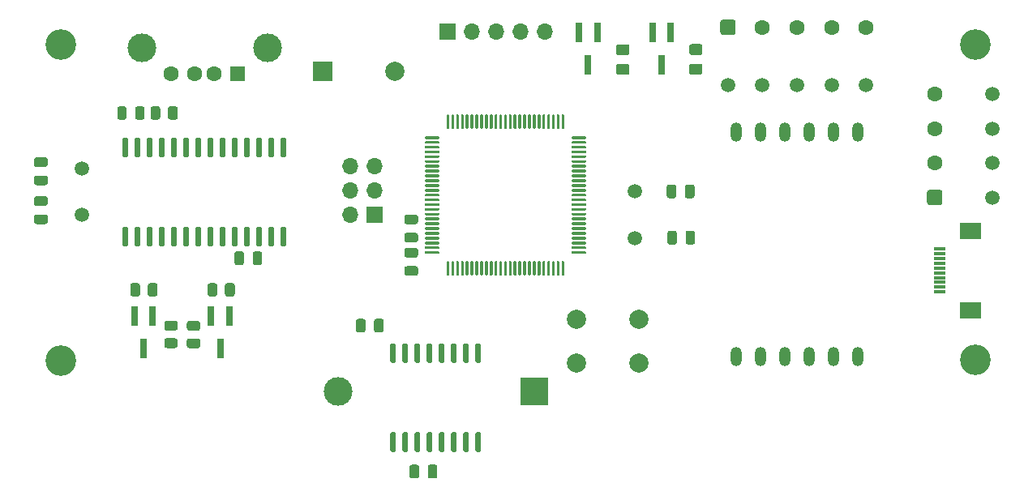
<source format=gts>
%TF.GenerationSoftware,KiCad,Pcbnew,(5.1.10)-1*%
%TF.CreationDate,2021-12-15T16:43:02+05:30*%
%TF.ProjectId,SPVMD_V2.0,5350564d-445f-4563-922e-302e6b696361,rev?*%
%TF.SameCoordinates,Original*%
%TF.FileFunction,Soldermask,Top*%
%TF.FilePolarity,Negative*%
%FSLAX46Y46*%
G04 Gerber Fmt 4.6, Leading zero omitted, Abs format (unit mm)*
G04 Created by KiCad (PCBNEW (5.1.10)-1) date 2021-12-15 16:43:02*
%MOMM*%
%LPD*%
G01*
G04 APERTURE LIST*
%ADD10O,1.700000X1.700000*%
%ADD11R,1.700000X1.700000*%
%ADD12C,3.200000*%
%ADD13C,3.000000*%
%ADD14R,3.000000X3.000000*%
%ADD15R,2.000000X2.000000*%
%ADD16C,2.000000*%
%ADD17R,1.600000X1.500000*%
%ADD18C,1.600000*%
%ADD19C,1.500000*%
%ADD20R,2.200000X1.800000*%
%ADD21R,1.300000X0.300000*%
%ADD22O,1.200000X2.000000*%
%ADD23R,0.700000X2.000000*%
G04 APERTURE END LIST*
D10*
%TO.C,J7*%
X131826000Y-76136500D03*
X134366000Y-76136500D03*
X131826000Y-78676500D03*
X134366000Y-78676500D03*
X131826000Y-81216500D03*
D11*
X134366000Y-81216500D03*
%TD*%
D12*
%TO.C,H4*%
X197104000Y-63500000D03*
%TD*%
%TO.C,H3*%
X197104000Y-96393000D03*
%TD*%
%TO.C,H2*%
X101600000Y-96520000D03*
%TD*%
%TO.C,H1*%
X101600000Y-63500000D03*
%TD*%
D13*
%TO.C,BT1*%
X130513000Y-99695000D03*
D14*
X151003000Y-99695000D03*
%TD*%
D15*
%TO.C,BZ1*%
X128905000Y-66294000D03*
D16*
X136505000Y-66294000D03*
%TD*%
%TO.C,C1*%
G36*
G01*
X99029500Y-75255500D02*
X99979500Y-75255500D01*
G75*
G02*
X100229500Y-75505500I0J-250000D01*
G01*
X100229500Y-76005500D01*
G75*
G02*
X99979500Y-76255500I-250000J0D01*
G01*
X99029500Y-76255500D01*
G75*
G02*
X98779500Y-76005500I0J250000D01*
G01*
X98779500Y-75505500D01*
G75*
G02*
X99029500Y-75255500I250000J0D01*
G01*
G37*
G36*
G01*
X99029500Y-77155500D02*
X99979500Y-77155500D01*
G75*
G02*
X100229500Y-77405500I0J-250000D01*
G01*
X100229500Y-77905500D01*
G75*
G02*
X99979500Y-78155500I-250000J0D01*
G01*
X99029500Y-78155500D01*
G75*
G02*
X98779500Y-77905500I0J250000D01*
G01*
X98779500Y-77405500D01*
G75*
G02*
X99029500Y-77155500I250000J0D01*
G01*
G37*
%TD*%
%TO.C,C2*%
G36*
G01*
X99979500Y-80319500D02*
X99029500Y-80319500D01*
G75*
G02*
X98779500Y-80069500I0J250000D01*
G01*
X98779500Y-79569500D01*
G75*
G02*
X99029500Y-79319500I250000J0D01*
G01*
X99979500Y-79319500D01*
G75*
G02*
X100229500Y-79569500I0J-250000D01*
G01*
X100229500Y-80069500D01*
G75*
G02*
X99979500Y-80319500I-250000J0D01*
G01*
G37*
G36*
G01*
X99979500Y-82219500D02*
X99029500Y-82219500D01*
G75*
G02*
X98779500Y-81969500I0J250000D01*
G01*
X98779500Y-81469500D01*
G75*
G02*
X99029500Y-81219500I250000J0D01*
G01*
X99979500Y-81219500D01*
G75*
G02*
X100229500Y-81469500I0J-250000D01*
G01*
X100229500Y-81969500D01*
G75*
G02*
X99979500Y-82219500I-250000J0D01*
G01*
G37*
%TD*%
%TO.C,C3*%
G36*
G01*
X121610500Y-86263500D02*
X121610500Y-85313500D01*
G75*
G02*
X121860500Y-85063500I250000J0D01*
G01*
X122360500Y-85063500D01*
G75*
G02*
X122610500Y-85313500I0J-250000D01*
G01*
X122610500Y-86263500D01*
G75*
G02*
X122360500Y-86513500I-250000J0D01*
G01*
X121860500Y-86513500D01*
G75*
G02*
X121610500Y-86263500I0J250000D01*
G01*
G37*
G36*
G01*
X119710500Y-86263500D02*
X119710500Y-85313500D01*
G75*
G02*
X119960500Y-85063500I250000J0D01*
G01*
X120460500Y-85063500D01*
G75*
G02*
X120710500Y-85313500I0J-250000D01*
G01*
X120710500Y-86263500D01*
G75*
G02*
X120460500Y-86513500I-250000J0D01*
G01*
X119960500Y-86513500D01*
G75*
G02*
X119710500Y-86263500I0J250000D01*
G01*
G37*
%TD*%
%TO.C,C7*%
G36*
G01*
X132405500Y-93312000D02*
X132405500Y-92362000D01*
G75*
G02*
X132655500Y-92112000I250000J0D01*
G01*
X133155500Y-92112000D01*
G75*
G02*
X133405500Y-92362000I0J-250000D01*
G01*
X133405500Y-93312000D01*
G75*
G02*
X133155500Y-93562000I-250000J0D01*
G01*
X132655500Y-93562000D01*
G75*
G02*
X132405500Y-93312000I0J250000D01*
G01*
G37*
G36*
G01*
X134305500Y-93312000D02*
X134305500Y-92362000D01*
G75*
G02*
X134555500Y-92112000I250000J0D01*
G01*
X135055500Y-92112000D01*
G75*
G02*
X135305500Y-92362000I0J-250000D01*
G01*
X135305500Y-93312000D01*
G75*
G02*
X135055500Y-93562000I-250000J0D01*
G01*
X134555500Y-93562000D01*
G75*
G02*
X134305500Y-93312000I0J250000D01*
G01*
G37*
%TD*%
%TO.C,C8*%
G36*
G01*
X139898500Y-108552000D02*
X139898500Y-107602000D01*
G75*
G02*
X140148500Y-107352000I250000J0D01*
G01*
X140648500Y-107352000D01*
G75*
G02*
X140898500Y-107602000I0J-250000D01*
G01*
X140898500Y-108552000D01*
G75*
G02*
X140648500Y-108802000I-250000J0D01*
G01*
X140148500Y-108802000D01*
G75*
G02*
X139898500Y-108552000I0J250000D01*
G01*
G37*
G36*
G01*
X137998500Y-108552000D02*
X137998500Y-107602000D01*
G75*
G02*
X138248500Y-107352000I250000J0D01*
G01*
X138748500Y-107352000D01*
G75*
G02*
X138998500Y-107602000I0J-250000D01*
G01*
X138998500Y-108552000D01*
G75*
G02*
X138748500Y-108802000I-250000J0D01*
G01*
X138248500Y-108802000D01*
G75*
G02*
X137998500Y-108552000I0J250000D01*
G01*
G37*
%TD*%
%TO.C,C9*%
G36*
G01*
X138651000Y-82227000D02*
X137701000Y-82227000D01*
G75*
G02*
X137451000Y-81977000I0J250000D01*
G01*
X137451000Y-81477000D01*
G75*
G02*
X137701000Y-81227000I250000J0D01*
G01*
X138651000Y-81227000D01*
G75*
G02*
X138901000Y-81477000I0J-250000D01*
G01*
X138901000Y-81977000D01*
G75*
G02*
X138651000Y-82227000I-250000J0D01*
G01*
G37*
G36*
G01*
X138651000Y-84127000D02*
X137701000Y-84127000D01*
G75*
G02*
X137451000Y-83877000I0J250000D01*
G01*
X137451000Y-83377000D01*
G75*
G02*
X137701000Y-83127000I250000J0D01*
G01*
X138651000Y-83127000D01*
G75*
G02*
X138901000Y-83377000I0J-250000D01*
G01*
X138901000Y-83877000D01*
G75*
G02*
X138651000Y-84127000I-250000J0D01*
G01*
G37*
%TD*%
%TO.C,C13*%
G36*
G01*
X166759000Y-79278500D02*
X166759000Y-78328500D01*
G75*
G02*
X167009000Y-78078500I250000J0D01*
G01*
X167509000Y-78078500D01*
G75*
G02*
X167759000Y-78328500I0J-250000D01*
G01*
X167759000Y-79278500D01*
G75*
G02*
X167509000Y-79528500I-250000J0D01*
G01*
X167009000Y-79528500D01*
G75*
G02*
X166759000Y-79278500I0J250000D01*
G01*
G37*
G36*
G01*
X164859000Y-79278500D02*
X164859000Y-78328500D01*
G75*
G02*
X165109000Y-78078500I250000J0D01*
G01*
X165609000Y-78078500D01*
G75*
G02*
X165859000Y-78328500I0J-250000D01*
G01*
X165859000Y-79278500D01*
G75*
G02*
X165609000Y-79528500I-250000J0D01*
G01*
X165109000Y-79528500D01*
G75*
G02*
X164859000Y-79278500I0J250000D01*
G01*
G37*
%TD*%
%TO.C,C14*%
G36*
G01*
X138651000Y-87617000D02*
X137701000Y-87617000D01*
G75*
G02*
X137451000Y-87367000I0J250000D01*
G01*
X137451000Y-86867000D01*
G75*
G02*
X137701000Y-86617000I250000J0D01*
G01*
X138651000Y-86617000D01*
G75*
G02*
X138901000Y-86867000I0J-250000D01*
G01*
X138901000Y-87367000D01*
G75*
G02*
X138651000Y-87617000I-250000J0D01*
G01*
G37*
G36*
G01*
X138651000Y-85717000D02*
X137701000Y-85717000D01*
G75*
G02*
X137451000Y-85467000I0J250000D01*
G01*
X137451000Y-84967000D01*
G75*
G02*
X137701000Y-84717000I250000J0D01*
G01*
X138651000Y-84717000D01*
G75*
G02*
X138901000Y-84967000I0J-250000D01*
G01*
X138901000Y-85467000D01*
G75*
G02*
X138651000Y-85717000I-250000J0D01*
G01*
G37*
%TD*%
%TO.C,C15*%
G36*
G01*
X164922500Y-84104500D02*
X164922500Y-83154500D01*
G75*
G02*
X165172500Y-82904500I250000J0D01*
G01*
X165672500Y-82904500D01*
G75*
G02*
X165922500Y-83154500I0J-250000D01*
G01*
X165922500Y-84104500D01*
G75*
G02*
X165672500Y-84354500I-250000J0D01*
G01*
X165172500Y-84354500D01*
G75*
G02*
X164922500Y-84104500I0J250000D01*
G01*
G37*
G36*
G01*
X166822500Y-84104500D02*
X166822500Y-83154500D01*
G75*
G02*
X167072500Y-82904500I250000J0D01*
G01*
X167572500Y-82904500D01*
G75*
G02*
X167822500Y-83154500I0J-250000D01*
G01*
X167822500Y-84104500D01*
G75*
G02*
X167572500Y-84354500I-250000J0D01*
G01*
X167072500Y-84354500D01*
G75*
G02*
X166822500Y-84104500I0J250000D01*
G01*
G37*
%TD*%
%TO.C,D1*%
G36*
G01*
X110327500Y-70155750D02*
X110327500Y-71068250D01*
G75*
G02*
X110083750Y-71312000I-243750J0D01*
G01*
X109596250Y-71312000D01*
G75*
G02*
X109352500Y-71068250I0J243750D01*
G01*
X109352500Y-70155750D01*
G75*
G02*
X109596250Y-69912000I243750J0D01*
G01*
X110083750Y-69912000D01*
G75*
G02*
X110327500Y-70155750I0J-243750D01*
G01*
G37*
G36*
G01*
X108452500Y-70155750D02*
X108452500Y-71068250D01*
G75*
G02*
X108208750Y-71312000I-243750J0D01*
G01*
X107721250Y-71312000D01*
G75*
G02*
X107477500Y-71068250I0J243750D01*
G01*
X107477500Y-70155750D01*
G75*
G02*
X107721250Y-69912000I243750J0D01*
G01*
X108208750Y-69912000D01*
G75*
G02*
X108452500Y-70155750I0J-243750D01*
G01*
G37*
%TD*%
%TO.C,F1*%
G36*
G01*
X160724001Y-66633000D02*
X159823999Y-66633000D01*
G75*
G02*
X159574000Y-66383001I0J249999D01*
G01*
X159574000Y-65732999D01*
G75*
G02*
X159823999Y-65483000I249999J0D01*
G01*
X160724001Y-65483000D01*
G75*
G02*
X160974000Y-65732999I0J-249999D01*
G01*
X160974000Y-66383001D01*
G75*
G02*
X160724001Y-66633000I-249999J0D01*
G01*
G37*
G36*
G01*
X160724001Y-64583000D02*
X159823999Y-64583000D01*
G75*
G02*
X159574000Y-64333001I0J249999D01*
G01*
X159574000Y-63682999D01*
G75*
G02*
X159823999Y-63433000I249999J0D01*
G01*
X160724001Y-63433000D01*
G75*
G02*
X160974000Y-63682999I0J-249999D01*
G01*
X160974000Y-64333001D01*
G75*
G02*
X160724001Y-64583000I-249999J0D01*
G01*
G37*
%TD*%
%TO.C,F2*%
G36*
G01*
X168344001Y-64565000D02*
X167443999Y-64565000D01*
G75*
G02*
X167194000Y-64315001I0J249999D01*
G01*
X167194000Y-63664999D01*
G75*
G02*
X167443999Y-63415000I249999J0D01*
G01*
X168344001Y-63415000D01*
G75*
G02*
X168594000Y-63664999I0J-249999D01*
G01*
X168594000Y-64315001D01*
G75*
G02*
X168344001Y-64565000I-249999J0D01*
G01*
G37*
G36*
G01*
X168344001Y-66615000D02*
X167443999Y-66615000D01*
G75*
G02*
X167194000Y-66365001I0J249999D01*
G01*
X167194000Y-65714999D01*
G75*
G02*
X167443999Y-65465000I249999J0D01*
G01*
X168344001Y-65465000D01*
G75*
G02*
X168594000Y-65714999I0J-249999D01*
G01*
X168594000Y-66365001D01*
G75*
G02*
X168344001Y-66615000I-249999J0D01*
G01*
G37*
%TD*%
D13*
%TO.C,J1*%
X123148500Y-63774500D03*
X110008500Y-63774500D03*
D17*
X120078500Y-66484500D03*
D18*
X117578500Y-66484500D03*
X115578500Y-66484500D03*
X113078500Y-66484500D03*
%TD*%
%TO.C,J2*%
G36*
G01*
X170459500Y-62208500D02*
X170459500Y-61108500D01*
G75*
G02*
X170709500Y-60858500I250000J0D01*
G01*
X171809500Y-60858500D01*
G75*
G02*
X172059500Y-61108500I0J-250000D01*
G01*
X172059500Y-62208500D01*
G75*
G02*
X171809500Y-62458500I-250000J0D01*
G01*
X170709500Y-62458500D01*
G75*
G02*
X170459500Y-62208500I0J250000D01*
G01*
G37*
X174859500Y-61658500D03*
X178459500Y-61658500D03*
X182059500Y-61658500D03*
X185659500Y-61658500D03*
D19*
X171259500Y-67658500D03*
X174859500Y-67658500D03*
X178459500Y-67658500D03*
X182059500Y-67658500D03*
X185659500Y-67658500D03*
%TD*%
D20*
%TO.C,J4*%
X196599000Y-82908500D03*
X196599000Y-91208500D03*
D21*
X193349000Y-89308500D03*
X193349000Y-88808500D03*
X193349000Y-88308500D03*
X193349000Y-87808500D03*
X193349000Y-87308500D03*
X193349000Y-86808500D03*
X193349000Y-86308500D03*
X193349000Y-85808500D03*
X193349000Y-85308500D03*
X193349000Y-84808500D03*
%TD*%
D11*
%TO.C,J8*%
X141986000Y-62103000D03*
D10*
X144526000Y-62103000D03*
X147066000Y-62103000D03*
X149606000Y-62103000D03*
X152146000Y-62103000D03*
%TD*%
%TO.C,J9*%
G36*
G01*
X193399500Y-80238500D02*
X192299500Y-80238500D01*
G75*
G02*
X192049500Y-79988500I0J250000D01*
G01*
X192049500Y-78888500D01*
G75*
G02*
X192299500Y-78638500I250000J0D01*
G01*
X193399500Y-78638500D01*
G75*
G02*
X193649500Y-78888500I0J-250000D01*
G01*
X193649500Y-79988500D01*
G75*
G02*
X193399500Y-80238500I-250000J0D01*
G01*
G37*
D18*
X192849500Y-75838500D03*
X192849500Y-72238500D03*
X192849500Y-68638500D03*
D19*
X198849500Y-79438500D03*
X198849500Y-75838500D03*
X198849500Y-72238500D03*
X198849500Y-68638500D03*
%TD*%
D22*
%TO.C,Module1*%
X172085000Y-72578000D03*
X172085000Y-96078000D03*
X174625000Y-72578000D03*
X174625000Y-96078000D03*
X177165000Y-72578000D03*
X177165000Y-96078000D03*
X179705000Y-72578000D03*
X179705000Y-96078000D03*
X182245000Y-72578000D03*
X182245000Y-96078000D03*
X184785000Y-72578000D03*
X184785000Y-96078000D03*
%TD*%
D23*
%TO.C,Q1*%
X157607000Y-62181000D03*
X155707000Y-62181000D03*
X156657000Y-65581000D03*
%TD*%
%TO.C,Q2*%
X164338000Y-65581000D03*
X163388000Y-62181000D03*
X165288000Y-62181000D03*
%TD*%
%TO.C,Q3*%
X118237000Y-95250000D03*
X117287000Y-91850000D03*
X119187000Y-91850000D03*
%TD*%
%TO.C,Q4*%
X111186000Y-91850000D03*
X109286000Y-91850000D03*
X110236000Y-95250000D03*
%TD*%
%TO.C,R2*%
G36*
G01*
X112771500Y-71062001D02*
X112771500Y-70161999D01*
G75*
G02*
X113021499Y-69912000I249999J0D01*
G01*
X113546501Y-69912000D01*
G75*
G02*
X113796500Y-70161999I0J-249999D01*
G01*
X113796500Y-71062001D01*
G75*
G02*
X113546501Y-71312000I-249999J0D01*
G01*
X113021499Y-71312000D01*
G75*
G02*
X112771500Y-71062001I0J249999D01*
G01*
G37*
G36*
G01*
X110946500Y-71062001D02*
X110946500Y-70161999D01*
G75*
G02*
X111196499Y-69912000I249999J0D01*
G01*
X111721501Y-69912000D01*
G75*
G02*
X111971500Y-70161999I0J-249999D01*
G01*
X111971500Y-71062001D01*
G75*
G02*
X111721501Y-71312000I-249999J0D01*
G01*
X111196499Y-71312000D01*
G75*
G02*
X110946500Y-71062001I0J249999D01*
G01*
G37*
%TD*%
%TO.C,R4*%
G36*
G01*
X115893001Y-95191000D02*
X114992999Y-95191000D01*
G75*
G02*
X114743000Y-94941001I0J249999D01*
G01*
X114743000Y-94415999D01*
G75*
G02*
X114992999Y-94166000I249999J0D01*
G01*
X115893001Y-94166000D01*
G75*
G02*
X116143000Y-94415999I0J-249999D01*
G01*
X116143000Y-94941001D01*
G75*
G02*
X115893001Y-95191000I-249999J0D01*
G01*
G37*
G36*
G01*
X115893001Y-93366000D02*
X114992999Y-93366000D01*
G75*
G02*
X114743000Y-93116001I0J249999D01*
G01*
X114743000Y-92590999D01*
G75*
G02*
X114992999Y-92341000I249999J0D01*
G01*
X115893001Y-92341000D01*
G75*
G02*
X116143000Y-92590999I0J-249999D01*
G01*
X116143000Y-93116001D01*
G75*
G02*
X115893001Y-93366000I-249999J0D01*
G01*
G37*
%TD*%
%TO.C,R5*%
G36*
G01*
X113543501Y-95174500D02*
X112643499Y-95174500D01*
G75*
G02*
X112393500Y-94924501I0J249999D01*
G01*
X112393500Y-94399499D01*
G75*
G02*
X112643499Y-94149500I249999J0D01*
G01*
X113543501Y-94149500D01*
G75*
G02*
X113793500Y-94399499I0J-249999D01*
G01*
X113793500Y-94924501D01*
G75*
G02*
X113543501Y-95174500I-249999J0D01*
G01*
G37*
G36*
G01*
X113543501Y-93349500D02*
X112643499Y-93349500D01*
G75*
G02*
X112393500Y-93099501I0J249999D01*
G01*
X112393500Y-92574499D01*
G75*
G02*
X112643499Y-92324500I249999J0D01*
G01*
X113543501Y-92324500D01*
G75*
G02*
X113793500Y-92574499I0J-249999D01*
G01*
X113793500Y-93099501D01*
G75*
G02*
X113543501Y-93349500I-249999J0D01*
G01*
G37*
%TD*%
%TO.C,R6*%
G36*
G01*
X118724000Y-89540501D02*
X118724000Y-88640499D01*
G75*
G02*
X118973999Y-88390500I249999J0D01*
G01*
X119499001Y-88390500D01*
G75*
G02*
X119749000Y-88640499I0J-249999D01*
G01*
X119749000Y-89540501D01*
G75*
G02*
X119499001Y-89790500I-249999J0D01*
G01*
X118973999Y-89790500D01*
G75*
G02*
X118724000Y-89540501I0J249999D01*
G01*
G37*
G36*
G01*
X116899000Y-89540501D02*
X116899000Y-88640499D01*
G75*
G02*
X117148999Y-88390500I249999J0D01*
G01*
X117674001Y-88390500D01*
G75*
G02*
X117924000Y-88640499I0J-249999D01*
G01*
X117924000Y-89540501D01*
G75*
G02*
X117674001Y-89790500I-249999J0D01*
G01*
X117148999Y-89790500D01*
G75*
G02*
X116899000Y-89540501I0J249999D01*
G01*
G37*
%TD*%
%TO.C,R7*%
G36*
G01*
X110659500Y-89540501D02*
X110659500Y-88640499D01*
G75*
G02*
X110909499Y-88390500I249999J0D01*
G01*
X111434501Y-88390500D01*
G75*
G02*
X111684500Y-88640499I0J-249999D01*
G01*
X111684500Y-89540501D01*
G75*
G02*
X111434501Y-89790500I-249999J0D01*
G01*
X110909499Y-89790500D01*
G75*
G02*
X110659500Y-89540501I0J249999D01*
G01*
G37*
G36*
G01*
X108834500Y-89540501D02*
X108834500Y-88640499D01*
G75*
G02*
X109084499Y-88390500I249999J0D01*
G01*
X109609501Y-88390500D01*
G75*
G02*
X109859500Y-88640499I0J-249999D01*
G01*
X109859500Y-89540501D01*
G75*
G02*
X109609501Y-89790500I-249999J0D01*
G01*
X109084499Y-89790500D01*
G75*
G02*
X108834500Y-89540501I0J249999D01*
G01*
G37*
%TD*%
D16*
%TO.C,SW1*%
X155448000Y-96702000D03*
X155448000Y-92202000D03*
X161948000Y-96702000D03*
X161948000Y-92202000D03*
%TD*%
%TO.C,U1*%
G36*
G01*
X142093500Y-87584500D02*
X141943500Y-87584500D01*
G75*
G02*
X141868500Y-87509500I0J75000D01*
G01*
X141868500Y-86184500D01*
G75*
G02*
X141943500Y-86109500I75000J0D01*
G01*
X142093500Y-86109500D01*
G75*
G02*
X142168500Y-86184500I0J-75000D01*
G01*
X142168500Y-87509500D01*
G75*
G02*
X142093500Y-87584500I-75000J0D01*
G01*
G37*
G36*
G01*
X142593500Y-87584500D02*
X142443500Y-87584500D01*
G75*
G02*
X142368500Y-87509500I0J75000D01*
G01*
X142368500Y-86184500D01*
G75*
G02*
X142443500Y-86109500I75000J0D01*
G01*
X142593500Y-86109500D01*
G75*
G02*
X142668500Y-86184500I0J-75000D01*
G01*
X142668500Y-87509500D01*
G75*
G02*
X142593500Y-87584500I-75000J0D01*
G01*
G37*
G36*
G01*
X143093500Y-87584500D02*
X142943500Y-87584500D01*
G75*
G02*
X142868500Y-87509500I0J75000D01*
G01*
X142868500Y-86184500D01*
G75*
G02*
X142943500Y-86109500I75000J0D01*
G01*
X143093500Y-86109500D01*
G75*
G02*
X143168500Y-86184500I0J-75000D01*
G01*
X143168500Y-87509500D01*
G75*
G02*
X143093500Y-87584500I-75000J0D01*
G01*
G37*
G36*
G01*
X143593500Y-87584500D02*
X143443500Y-87584500D01*
G75*
G02*
X143368500Y-87509500I0J75000D01*
G01*
X143368500Y-86184500D01*
G75*
G02*
X143443500Y-86109500I75000J0D01*
G01*
X143593500Y-86109500D01*
G75*
G02*
X143668500Y-86184500I0J-75000D01*
G01*
X143668500Y-87509500D01*
G75*
G02*
X143593500Y-87584500I-75000J0D01*
G01*
G37*
G36*
G01*
X144093500Y-87584500D02*
X143943500Y-87584500D01*
G75*
G02*
X143868500Y-87509500I0J75000D01*
G01*
X143868500Y-86184500D01*
G75*
G02*
X143943500Y-86109500I75000J0D01*
G01*
X144093500Y-86109500D01*
G75*
G02*
X144168500Y-86184500I0J-75000D01*
G01*
X144168500Y-87509500D01*
G75*
G02*
X144093500Y-87584500I-75000J0D01*
G01*
G37*
G36*
G01*
X144593500Y-87584500D02*
X144443500Y-87584500D01*
G75*
G02*
X144368500Y-87509500I0J75000D01*
G01*
X144368500Y-86184500D01*
G75*
G02*
X144443500Y-86109500I75000J0D01*
G01*
X144593500Y-86109500D01*
G75*
G02*
X144668500Y-86184500I0J-75000D01*
G01*
X144668500Y-87509500D01*
G75*
G02*
X144593500Y-87584500I-75000J0D01*
G01*
G37*
G36*
G01*
X145093500Y-87584500D02*
X144943500Y-87584500D01*
G75*
G02*
X144868500Y-87509500I0J75000D01*
G01*
X144868500Y-86184500D01*
G75*
G02*
X144943500Y-86109500I75000J0D01*
G01*
X145093500Y-86109500D01*
G75*
G02*
X145168500Y-86184500I0J-75000D01*
G01*
X145168500Y-87509500D01*
G75*
G02*
X145093500Y-87584500I-75000J0D01*
G01*
G37*
G36*
G01*
X145593500Y-87584500D02*
X145443500Y-87584500D01*
G75*
G02*
X145368500Y-87509500I0J75000D01*
G01*
X145368500Y-86184500D01*
G75*
G02*
X145443500Y-86109500I75000J0D01*
G01*
X145593500Y-86109500D01*
G75*
G02*
X145668500Y-86184500I0J-75000D01*
G01*
X145668500Y-87509500D01*
G75*
G02*
X145593500Y-87584500I-75000J0D01*
G01*
G37*
G36*
G01*
X146093500Y-87584500D02*
X145943500Y-87584500D01*
G75*
G02*
X145868500Y-87509500I0J75000D01*
G01*
X145868500Y-86184500D01*
G75*
G02*
X145943500Y-86109500I75000J0D01*
G01*
X146093500Y-86109500D01*
G75*
G02*
X146168500Y-86184500I0J-75000D01*
G01*
X146168500Y-87509500D01*
G75*
G02*
X146093500Y-87584500I-75000J0D01*
G01*
G37*
G36*
G01*
X146593500Y-87584500D02*
X146443500Y-87584500D01*
G75*
G02*
X146368500Y-87509500I0J75000D01*
G01*
X146368500Y-86184500D01*
G75*
G02*
X146443500Y-86109500I75000J0D01*
G01*
X146593500Y-86109500D01*
G75*
G02*
X146668500Y-86184500I0J-75000D01*
G01*
X146668500Y-87509500D01*
G75*
G02*
X146593500Y-87584500I-75000J0D01*
G01*
G37*
G36*
G01*
X147093500Y-87584500D02*
X146943500Y-87584500D01*
G75*
G02*
X146868500Y-87509500I0J75000D01*
G01*
X146868500Y-86184500D01*
G75*
G02*
X146943500Y-86109500I75000J0D01*
G01*
X147093500Y-86109500D01*
G75*
G02*
X147168500Y-86184500I0J-75000D01*
G01*
X147168500Y-87509500D01*
G75*
G02*
X147093500Y-87584500I-75000J0D01*
G01*
G37*
G36*
G01*
X147593500Y-87584500D02*
X147443500Y-87584500D01*
G75*
G02*
X147368500Y-87509500I0J75000D01*
G01*
X147368500Y-86184500D01*
G75*
G02*
X147443500Y-86109500I75000J0D01*
G01*
X147593500Y-86109500D01*
G75*
G02*
X147668500Y-86184500I0J-75000D01*
G01*
X147668500Y-87509500D01*
G75*
G02*
X147593500Y-87584500I-75000J0D01*
G01*
G37*
G36*
G01*
X148093500Y-87584500D02*
X147943500Y-87584500D01*
G75*
G02*
X147868500Y-87509500I0J75000D01*
G01*
X147868500Y-86184500D01*
G75*
G02*
X147943500Y-86109500I75000J0D01*
G01*
X148093500Y-86109500D01*
G75*
G02*
X148168500Y-86184500I0J-75000D01*
G01*
X148168500Y-87509500D01*
G75*
G02*
X148093500Y-87584500I-75000J0D01*
G01*
G37*
G36*
G01*
X148593500Y-87584500D02*
X148443500Y-87584500D01*
G75*
G02*
X148368500Y-87509500I0J75000D01*
G01*
X148368500Y-86184500D01*
G75*
G02*
X148443500Y-86109500I75000J0D01*
G01*
X148593500Y-86109500D01*
G75*
G02*
X148668500Y-86184500I0J-75000D01*
G01*
X148668500Y-87509500D01*
G75*
G02*
X148593500Y-87584500I-75000J0D01*
G01*
G37*
G36*
G01*
X149093500Y-87584500D02*
X148943500Y-87584500D01*
G75*
G02*
X148868500Y-87509500I0J75000D01*
G01*
X148868500Y-86184500D01*
G75*
G02*
X148943500Y-86109500I75000J0D01*
G01*
X149093500Y-86109500D01*
G75*
G02*
X149168500Y-86184500I0J-75000D01*
G01*
X149168500Y-87509500D01*
G75*
G02*
X149093500Y-87584500I-75000J0D01*
G01*
G37*
G36*
G01*
X149593500Y-87584500D02*
X149443500Y-87584500D01*
G75*
G02*
X149368500Y-87509500I0J75000D01*
G01*
X149368500Y-86184500D01*
G75*
G02*
X149443500Y-86109500I75000J0D01*
G01*
X149593500Y-86109500D01*
G75*
G02*
X149668500Y-86184500I0J-75000D01*
G01*
X149668500Y-87509500D01*
G75*
G02*
X149593500Y-87584500I-75000J0D01*
G01*
G37*
G36*
G01*
X150093500Y-87584500D02*
X149943500Y-87584500D01*
G75*
G02*
X149868500Y-87509500I0J75000D01*
G01*
X149868500Y-86184500D01*
G75*
G02*
X149943500Y-86109500I75000J0D01*
G01*
X150093500Y-86109500D01*
G75*
G02*
X150168500Y-86184500I0J-75000D01*
G01*
X150168500Y-87509500D01*
G75*
G02*
X150093500Y-87584500I-75000J0D01*
G01*
G37*
G36*
G01*
X150593500Y-87584500D02*
X150443500Y-87584500D01*
G75*
G02*
X150368500Y-87509500I0J75000D01*
G01*
X150368500Y-86184500D01*
G75*
G02*
X150443500Y-86109500I75000J0D01*
G01*
X150593500Y-86109500D01*
G75*
G02*
X150668500Y-86184500I0J-75000D01*
G01*
X150668500Y-87509500D01*
G75*
G02*
X150593500Y-87584500I-75000J0D01*
G01*
G37*
G36*
G01*
X151093500Y-87584500D02*
X150943500Y-87584500D01*
G75*
G02*
X150868500Y-87509500I0J75000D01*
G01*
X150868500Y-86184500D01*
G75*
G02*
X150943500Y-86109500I75000J0D01*
G01*
X151093500Y-86109500D01*
G75*
G02*
X151168500Y-86184500I0J-75000D01*
G01*
X151168500Y-87509500D01*
G75*
G02*
X151093500Y-87584500I-75000J0D01*
G01*
G37*
G36*
G01*
X151593500Y-87584500D02*
X151443500Y-87584500D01*
G75*
G02*
X151368500Y-87509500I0J75000D01*
G01*
X151368500Y-86184500D01*
G75*
G02*
X151443500Y-86109500I75000J0D01*
G01*
X151593500Y-86109500D01*
G75*
G02*
X151668500Y-86184500I0J-75000D01*
G01*
X151668500Y-87509500D01*
G75*
G02*
X151593500Y-87584500I-75000J0D01*
G01*
G37*
G36*
G01*
X152093500Y-87584500D02*
X151943500Y-87584500D01*
G75*
G02*
X151868500Y-87509500I0J75000D01*
G01*
X151868500Y-86184500D01*
G75*
G02*
X151943500Y-86109500I75000J0D01*
G01*
X152093500Y-86109500D01*
G75*
G02*
X152168500Y-86184500I0J-75000D01*
G01*
X152168500Y-87509500D01*
G75*
G02*
X152093500Y-87584500I-75000J0D01*
G01*
G37*
G36*
G01*
X152593500Y-87584500D02*
X152443500Y-87584500D01*
G75*
G02*
X152368500Y-87509500I0J75000D01*
G01*
X152368500Y-86184500D01*
G75*
G02*
X152443500Y-86109500I75000J0D01*
G01*
X152593500Y-86109500D01*
G75*
G02*
X152668500Y-86184500I0J-75000D01*
G01*
X152668500Y-87509500D01*
G75*
G02*
X152593500Y-87584500I-75000J0D01*
G01*
G37*
G36*
G01*
X153093500Y-87584500D02*
X152943500Y-87584500D01*
G75*
G02*
X152868500Y-87509500I0J75000D01*
G01*
X152868500Y-86184500D01*
G75*
G02*
X152943500Y-86109500I75000J0D01*
G01*
X153093500Y-86109500D01*
G75*
G02*
X153168500Y-86184500I0J-75000D01*
G01*
X153168500Y-87509500D01*
G75*
G02*
X153093500Y-87584500I-75000J0D01*
G01*
G37*
G36*
G01*
X153593500Y-87584500D02*
X153443500Y-87584500D01*
G75*
G02*
X153368500Y-87509500I0J75000D01*
G01*
X153368500Y-86184500D01*
G75*
G02*
X153443500Y-86109500I75000J0D01*
G01*
X153593500Y-86109500D01*
G75*
G02*
X153668500Y-86184500I0J-75000D01*
G01*
X153668500Y-87509500D01*
G75*
G02*
X153593500Y-87584500I-75000J0D01*
G01*
G37*
G36*
G01*
X154093500Y-87584500D02*
X153943500Y-87584500D01*
G75*
G02*
X153868500Y-87509500I0J75000D01*
G01*
X153868500Y-86184500D01*
G75*
G02*
X153943500Y-86109500I75000J0D01*
G01*
X154093500Y-86109500D01*
G75*
G02*
X154168500Y-86184500I0J-75000D01*
G01*
X154168500Y-87509500D01*
G75*
G02*
X154093500Y-87584500I-75000J0D01*
G01*
G37*
G36*
G01*
X156343500Y-85334500D02*
X155018500Y-85334500D01*
G75*
G02*
X154943500Y-85259500I0J75000D01*
G01*
X154943500Y-85109500D01*
G75*
G02*
X155018500Y-85034500I75000J0D01*
G01*
X156343500Y-85034500D01*
G75*
G02*
X156418500Y-85109500I0J-75000D01*
G01*
X156418500Y-85259500D01*
G75*
G02*
X156343500Y-85334500I-75000J0D01*
G01*
G37*
G36*
G01*
X156343500Y-84834500D02*
X155018500Y-84834500D01*
G75*
G02*
X154943500Y-84759500I0J75000D01*
G01*
X154943500Y-84609500D01*
G75*
G02*
X155018500Y-84534500I75000J0D01*
G01*
X156343500Y-84534500D01*
G75*
G02*
X156418500Y-84609500I0J-75000D01*
G01*
X156418500Y-84759500D01*
G75*
G02*
X156343500Y-84834500I-75000J0D01*
G01*
G37*
G36*
G01*
X156343500Y-84334500D02*
X155018500Y-84334500D01*
G75*
G02*
X154943500Y-84259500I0J75000D01*
G01*
X154943500Y-84109500D01*
G75*
G02*
X155018500Y-84034500I75000J0D01*
G01*
X156343500Y-84034500D01*
G75*
G02*
X156418500Y-84109500I0J-75000D01*
G01*
X156418500Y-84259500D01*
G75*
G02*
X156343500Y-84334500I-75000J0D01*
G01*
G37*
G36*
G01*
X156343500Y-83834500D02*
X155018500Y-83834500D01*
G75*
G02*
X154943500Y-83759500I0J75000D01*
G01*
X154943500Y-83609500D01*
G75*
G02*
X155018500Y-83534500I75000J0D01*
G01*
X156343500Y-83534500D01*
G75*
G02*
X156418500Y-83609500I0J-75000D01*
G01*
X156418500Y-83759500D01*
G75*
G02*
X156343500Y-83834500I-75000J0D01*
G01*
G37*
G36*
G01*
X156343500Y-83334500D02*
X155018500Y-83334500D01*
G75*
G02*
X154943500Y-83259500I0J75000D01*
G01*
X154943500Y-83109500D01*
G75*
G02*
X155018500Y-83034500I75000J0D01*
G01*
X156343500Y-83034500D01*
G75*
G02*
X156418500Y-83109500I0J-75000D01*
G01*
X156418500Y-83259500D01*
G75*
G02*
X156343500Y-83334500I-75000J0D01*
G01*
G37*
G36*
G01*
X156343500Y-82834500D02*
X155018500Y-82834500D01*
G75*
G02*
X154943500Y-82759500I0J75000D01*
G01*
X154943500Y-82609500D01*
G75*
G02*
X155018500Y-82534500I75000J0D01*
G01*
X156343500Y-82534500D01*
G75*
G02*
X156418500Y-82609500I0J-75000D01*
G01*
X156418500Y-82759500D01*
G75*
G02*
X156343500Y-82834500I-75000J0D01*
G01*
G37*
G36*
G01*
X156343500Y-82334500D02*
X155018500Y-82334500D01*
G75*
G02*
X154943500Y-82259500I0J75000D01*
G01*
X154943500Y-82109500D01*
G75*
G02*
X155018500Y-82034500I75000J0D01*
G01*
X156343500Y-82034500D01*
G75*
G02*
X156418500Y-82109500I0J-75000D01*
G01*
X156418500Y-82259500D01*
G75*
G02*
X156343500Y-82334500I-75000J0D01*
G01*
G37*
G36*
G01*
X156343500Y-81834500D02*
X155018500Y-81834500D01*
G75*
G02*
X154943500Y-81759500I0J75000D01*
G01*
X154943500Y-81609500D01*
G75*
G02*
X155018500Y-81534500I75000J0D01*
G01*
X156343500Y-81534500D01*
G75*
G02*
X156418500Y-81609500I0J-75000D01*
G01*
X156418500Y-81759500D01*
G75*
G02*
X156343500Y-81834500I-75000J0D01*
G01*
G37*
G36*
G01*
X156343500Y-81334500D02*
X155018500Y-81334500D01*
G75*
G02*
X154943500Y-81259500I0J75000D01*
G01*
X154943500Y-81109500D01*
G75*
G02*
X155018500Y-81034500I75000J0D01*
G01*
X156343500Y-81034500D01*
G75*
G02*
X156418500Y-81109500I0J-75000D01*
G01*
X156418500Y-81259500D01*
G75*
G02*
X156343500Y-81334500I-75000J0D01*
G01*
G37*
G36*
G01*
X156343500Y-80834500D02*
X155018500Y-80834500D01*
G75*
G02*
X154943500Y-80759500I0J75000D01*
G01*
X154943500Y-80609500D01*
G75*
G02*
X155018500Y-80534500I75000J0D01*
G01*
X156343500Y-80534500D01*
G75*
G02*
X156418500Y-80609500I0J-75000D01*
G01*
X156418500Y-80759500D01*
G75*
G02*
X156343500Y-80834500I-75000J0D01*
G01*
G37*
G36*
G01*
X156343500Y-80334500D02*
X155018500Y-80334500D01*
G75*
G02*
X154943500Y-80259500I0J75000D01*
G01*
X154943500Y-80109500D01*
G75*
G02*
X155018500Y-80034500I75000J0D01*
G01*
X156343500Y-80034500D01*
G75*
G02*
X156418500Y-80109500I0J-75000D01*
G01*
X156418500Y-80259500D01*
G75*
G02*
X156343500Y-80334500I-75000J0D01*
G01*
G37*
G36*
G01*
X156343500Y-79834500D02*
X155018500Y-79834500D01*
G75*
G02*
X154943500Y-79759500I0J75000D01*
G01*
X154943500Y-79609500D01*
G75*
G02*
X155018500Y-79534500I75000J0D01*
G01*
X156343500Y-79534500D01*
G75*
G02*
X156418500Y-79609500I0J-75000D01*
G01*
X156418500Y-79759500D01*
G75*
G02*
X156343500Y-79834500I-75000J0D01*
G01*
G37*
G36*
G01*
X156343500Y-79334500D02*
X155018500Y-79334500D01*
G75*
G02*
X154943500Y-79259500I0J75000D01*
G01*
X154943500Y-79109500D01*
G75*
G02*
X155018500Y-79034500I75000J0D01*
G01*
X156343500Y-79034500D01*
G75*
G02*
X156418500Y-79109500I0J-75000D01*
G01*
X156418500Y-79259500D01*
G75*
G02*
X156343500Y-79334500I-75000J0D01*
G01*
G37*
G36*
G01*
X156343500Y-78834500D02*
X155018500Y-78834500D01*
G75*
G02*
X154943500Y-78759500I0J75000D01*
G01*
X154943500Y-78609500D01*
G75*
G02*
X155018500Y-78534500I75000J0D01*
G01*
X156343500Y-78534500D01*
G75*
G02*
X156418500Y-78609500I0J-75000D01*
G01*
X156418500Y-78759500D01*
G75*
G02*
X156343500Y-78834500I-75000J0D01*
G01*
G37*
G36*
G01*
X156343500Y-78334500D02*
X155018500Y-78334500D01*
G75*
G02*
X154943500Y-78259500I0J75000D01*
G01*
X154943500Y-78109500D01*
G75*
G02*
X155018500Y-78034500I75000J0D01*
G01*
X156343500Y-78034500D01*
G75*
G02*
X156418500Y-78109500I0J-75000D01*
G01*
X156418500Y-78259500D01*
G75*
G02*
X156343500Y-78334500I-75000J0D01*
G01*
G37*
G36*
G01*
X156343500Y-77834500D02*
X155018500Y-77834500D01*
G75*
G02*
X154943500Y-77759500I0J75000D01*
G01*
X154943500Y-77609500D01*
G75*
G02*
X155018500Y-77534500I75000J0D01*
G01*
X156343500Y-77534500D01*
G75*
G02*
X156418500Y-77609500I0J-75000D01*
G01*
X156418500Y-77759500D01*
G75*
G02*
X156343500Y-77834500I-75000J0D01*
G01*
G37*
G36*
G01*
X156343500Y-77334500D02*
X155018500Y-77334500D01*
G75*
G02*
X154943500Y-77259500I0J75000D01*
G01*
X154943500Y-77109500D01*
G75*
G02*
X155018500Y-77034500I75000J0D01*
G01*
X156343500Y-77034500D01*
G75*
G02*
X156418500Y-77109500I0J-75000D01*
G01*
X156418500Y-77259500D01*
G75*
G02*
X156343500Y-77334500I-75000J0D01*
G01*
G37*
G36*
G01*
X156343500Y-76834500D02*
X155018500Y-76834500D01*
G75*
G02*
X154943500Y-76759500I0J75000D01*
G01*
X154943500Y-76609500D01*
G75*
G02*
X155018500Y-76534500I75000J0D01*
G01*
X156343500Y-76534500D01*
G75*
G02*
X156418500Y-76609500I0J-75000D01*
G01*
X156418500Y-76759500D01*
G75*
G02*
X156343500Y-76834500I-75000J0D01*
G01*
G37*
G36*
G01*
X156343500Y-76334500D02*
X155018500Y-76334500D01*
G75*
G02*
X154943500Y-76259500I0J75000D01*
G01*
X154943500Y-76109500D01*
G75*
G02*
X155018500Y-76034500I75000J0D01*
G01*
X156343500Y-76034500D01*
G75*
G02*
X156418500Y-76109500I0J-75000D01*
G01*
X156418500Y-76259500D01*
G75*
G02*
X156343500Y-76334500I-75000J0D01*
G01*
G37*
G36*
G01*
X156343500Y-75834500D02*
X155018500Y-75834500D01*
G75*
G02*
X154943500Y-75759500I0J75000D01*
G01*
X154943500Y-75609500D01*
G75*
G02*
X155018500Y-75534500I75000J0D01*
G01*
X156343500Y-75534500D01*
G75*
G02*
X156418500Y-75609500I0J-75000D01*
G01*
X156418500Y-75759500D01*
G75*
G02*
X156343500Y-75834500I-75000J0D01*
G01*
G37*
G36*
G01*
X156343500Y-75334500D02*
X155018500Y-75334500D01*
G75*
G02*
X154943500Y-75259500I0J75000D01*
G01*
X154943500Y-75109500D01*
G75*
G02*
X155018500Y-75034500I75000J0D01*
G01*
X156343500Y-75034500D01*
G75*
G02*
X156418500Y-75109500I0J-75000D01*
G01*
X156418500Y-75259500D01*
G75*
G02*
X156343500Y-75334500I-75000J0D01*
G01*
G37*
G36*
G01*
X156343500Y-74834500D02*
X155018500Y-74834500D01*
G75*
G02*
X154943500Y-74759500I0J75000D01*
G01*
X154943500Y-74609500D01*
G75*
G02*
X155018500Y-74534500I75000J0D01*
G01*
X156343500Y-74534500D01*
G75*
G02*
X156418500Y-74609500I0J-75000D01*
G01*
X156418500Y-74759500D01*
G75*
G02*
X156343500Y-74834500I-75000J0D01*
G01*
G37*
G36*
G01*
X156343500Y-74334500D02*
X155018500Y-74334500D01*
G75*
G02*
X154943500Y-74259500I0J75000D01*
G01*
X154943500Y-74109500D01*
G75*
G02*
X155018500Y-74034500I75000J0D01*
G01*
X156343500Y-74034500D01*
G75*
G02*
X156418500Y-74109500I0J-75000D01*
G01*
X156418500Y-74259500D01*
G75*
G02*
X156343500Y-74334500I-75000J0D01*
G01*
G37*
G36*
G01*
X156343500Y-73834500D02*
X155018500Y-73834500D01*
G75*
G02*
X154943500Y-73759500I0J75000D01*
G01*
X154943500Y-73609500D01*
G75*
G02*
X155018500Y-73534500I75000J0D01*
G01*
X156343500Y-73534500D01*
G75*
G02*
X156418500Y-73609500I0J-75000D01*
G01*
X156418500Y-73759500D01*
G75*
G02*
X156343500Y-73834500I-75000J0D01*
G01*
G37*
G36*
G01*
X156343500Y-73334500D02*
X155018500Y-73334500D01*
G75*
G02*
X154943500Y-73259500I0J75000D01*
G01*
X154943500Y-73109500D01*
G75*
G02*
X155018500Y-73034500I75000J0D01*
G01*
X156343500Y-73034500D01*
G75*
G02*
X156418500Y-73109500I0J-75000D01*
G01*
X156418500Y-73259500D01*
G75*
G02*
X156343500Y-73334500I-75000J0D01*
G01*
G37*
G36*
G01*
X154093500Y-72259500D02*
X153943500Y-72259500D01*
G75*
G02*
X153868500Y-72184500I0J75000D01*
G01*
X153868500Y-70859500D01*
G75*
G02*
X153943500Y-70784500I75000J0D01*
G01*
X154093500Y-70784500D01*
G75*
G02*
X154168500Y-70859500I0J-75000D01*
G01*
X154168500Y-72184500D01*
G75*
G02*
X154093500Y-72259500I-75000J0D01*
G01*
G37*
G36*
G01*
X153593500Y-72259500D02*
X153443500Y-72259500D01*
G75*
G02*
X153368500Y-72184500I0J75000D01*
G01*
X153368500Y-70859500D01*
G75*
G02*
X153443500Y-70784500I75000J0D01*
G01*
X153593500Y-70784500D01*
G75*
G02*
X153668500Y-70859500I0J-75000D01*
G01*
X153668500Y-72184500D01*
G75*
G02*
X153593500Y-72259500I-75000J0D01*
G01*
G37*
G36*
G01*
X153093500Y-72259500D02*
X152943500Y-72259500D01*
G75*
G02*
X152868500Y-72184500I0J75000D01*
G01*
X152868500Y-70859500D01*
G75*
G02*
X152943500Y-70784500I75000J0D01*
G01*
X153093500Y-70784500D01*
G75*
G02*
X153168500Y-70859500I0J-75000D01*
G01*
X153168500Y-72184500D01*
G75*
G02*
X153093500Y-72259500I-75000J0D01*
G01*
G37*
G36*
G01*
X152593500Y-72259500D02*
X152443500Y-72259500D01*
G75*
G02*
X152368500Y-72184500I0J75000D01*
G01*
X152368500Y-70859500D01*
G75*
G02*
X152443500Y-70784500I75000J0D01*
G01*
X152593500Y-70784500D01*
G75*
G02*
X152668500Y-70859500I0J-75000D01*
G01*
X152668500Y-72184500D01*
G75*
G02*
X152593500Y-72259500I-75000J0D01*
G01*
G37*
G36*
G01*
X152093500Y-72259500D02*
X151943500Y-72259500D01*
G75*
G02*
X151868500Y-72184500I0J75000D01*
G01*
X151868500Y-70859500D01*
G75*
G02*
X151943500Y-70784500I75000J0D01*
G01*
X152093500Y-70784500D01*
G75*
G02*
X152168500Y-70859500I0J-75000D01*
G01*
X152168500Y-72184500D01*
G75*
G02*
X152093500Y-72259500I-75000J0D01*
G01*
G37*
G36*
G01*
X151593500Y-72259500D02*
X151443500Y-72259500D01*
G75*
G02*
X151368500Y-72184500I0J75000D01*
G01*
X151368500Y-70859500D01*
G75*
G02*
X151443500Y-70784500I75000J0D01*
G01*
X151593500Y-70784500D01*
G75*
G02*
X151668500Y-70859500I0J-75000D01*
G01*
X151668500Y-72184500D01*
G75*
G02*
X151593500Y-72259500I-75000J0D01*
G01*
G37*
G36*
G01*
X151093500Y-72259500D02*
X150943500Y-72259500D01*
G75*
G02*
X150868500Y-72184500I0J75000D01*
G01*
X150868500Y-70859500D01*
G75*
G02*
X150943500Y-70784500I75000J0D01*
G01*
X151093500Y-70784500D01*
G75*
G02*
X151168500Y-70859500I0J-75000D01*
G01*
X151168500Y-72184500D01*
G75*
G02*
X151093500Y-72259500I-75000J0D01*
G01*
G37*
G36*
G01*
X150593500Y-72259500D02*
X150443500Y-72259500D01*
G75*
G02*
X150368500Y-72184500I0J75000D01*
G01*
X150368500Y-70859500D01*
G75*
G02*
X150443500Y-70784500I75000J0D01*
G01*
X150593500Y-70784500D01*
G75*
G02*
X150668500Y-70859500I0J-75000D01*
G01*
X150668500Y-72184500D01*
G75*
G02*
X150593500Y-72259500I-75000J0D01*
G01*
G37*
G36*
G01*
X150093500Y-72259500D02*
X149943500Y-72259500D01*
G75*
G02*
X149868500Y-72184500I0J75000D01*
G01*
X149868500Y-70859500D01*
G75*
G02*
X149943500Y-70784500I75000J0D01*
G01*
X150093500Y-70784500D01*
G75*
G02*
X150168500Y-70859500I0J-75000D01*
G01*
X150168500Y-72184500D01*
G75*
G02*
X150093500Y-72259500I-75000J0D01*
G01*
G37*
G36*
G01*
X149593500Y-72259500D02*
X149443500Y-72259500D01*
G75*
G02*
X149368500Y-72184500I0J75000D01*
G01*
X149368500Y-70859500D01*
G75*
G02*
X149443500Y-70784500I75000J0D01*
G01*
X149593500Y-70784500D01*
G75*
G02*
X149668500Y-70859500I0J-75000D01*
G01*
X149668500Y-72184500D01*
G75*
G02*
X149593500Y-72259500I-75000J0D01*
G01*
G37*
G36*
G01*
X149093500Y-72259500D02*
X148943500Y-72259500D01*
G75*
G02*
X148868500Y-72184500I0J75000D01*
G01*
X148868500Y-70859500D01*
G75*
G02*
X148943500Y-70784500I75000J0D01*
G01*
X149093500Y-70784500D01*
G75*
G02*
X149168500Y-70859500I0J-75000D01*
G01*
X149168500Y-72184500D01*
G75*
G02*
X149093500Y-72259500I-75000J0D01*
G01*
G37*
G36*
G01*
X148593500Y-72259500D02*
X148443500Y-72259500D01*
G75*
G02*
X148368500Y-72184500I0J75000D01*
G01*
X148368500Y-70859500D01*
G75*
G02*
X148443500Y-70784500I75000J0D01*
G01*
X148593500Y-70784500D01*
G75*
G02*
X148668500Y-70859500I0J-75000D01*
G01*
X148668500Y-72184500D01*
G75*
G02*
X148593500Y-72259500I-75000J0D01*
G01*
G37*
G36*
G01*
X148093500Y-72259500D02*
X147943500Y-72259500D01*
G75*
G02*
X147868500Y-72184500I0J75000D01*
G01*
X147868500Y-70859500D01*
G75*
G02*
X147943500Y-70784500I75000J0D01*
G01*
X148093500Y-70784500D01*
G75*
G02*
X148168500Y-70859500I0J-75000D01*
G01*
X148168500Y-72184500D01*
G75*
G02*
X148093500Y-72259500I-75000J0D01*
G01*
G37*
G36*
G01*
X147593500Y-72259500D02*
X147443500Y-72259500D01*
G75*
G02*
X147368500Y-72184500I0J75000D01*
G01*
X147368500Y-70859500D01*
G75*
G02*
X147443500Y-70784500I75000J0D01*
G01*
X147593500Y-70784500D01*
G75*
G02*
X147668500Y-70859500I0J-75000D01*
G01*
X147668500Y-72184500D01*
G75*
G02*
X147593500Y-72259500I-75000J0D01*
G01*
G37*
G36*
G01*
X147093500Y-72259500D02*
X146943500Y-72259500D01*
G75*
G02*
X146868500Y-72184500I0J75000D01*
G01*
X146868500Y-70859500D01*
G75*
G02*
X146943500Y-70784500I75000J0D01*
G01*
X147093500Y-70784500D01*
G75*
G02*
X147168500Y-70859500I0J-75000D01*
G01*
X147168500Y-72184500D01*
G75*
G02*
X147093500Y-72259500I-75000J0D01*
G01*
G37*
G36*
G01*
X146593500Y-72259500D02*
X146443500Y-72259500D01*
G75*
G02*
X146368500Y-72184500I0J75000D01*
G01*
X146368500Y-70859500D01*
G75*
G02*
X146443500Y-70784500I75000J0D01*
G01*
X146593500Y-70784500D01*
G75*
G02*
X146668500Y-70859500I0J-75000D01*
G01*
X146668500Y-72184500D01*
G75*
G02*
X146593500Y-72259500I-75000J0D01*
G01*
G37*
G36*
G01*
X146093500Y-72259500D02*
X145943500Y-72259500D01*
G75*
G02*
X145868500Y-72184500I0J75000D01*
G01*
X145868500Y-70859500D01*
G75*
G02*
X145943500Y-70784500I75000J0D01*
G01*
X146093500Y-70784500D01*
G75*
G02*
X146168500Y-70859500I0J-75000D01*
G01*
X146168500Y-72184500D01*
G75*
G02*
X146093500Y-72259500I-75000J0D01*
G01*
G37*
G36*
G01*
X145593500Y-72259500D02*
X145443500Y-72259500D01*
G75*
G02*
X145368500Y-72184500I0J75000D01*
G01*
X145368500Y-70859500D01*
G75*
G02*
X145443500Y-70784500I75000J0D01*
G01*
X145593500Y-70784500D01*
G75*
G02*
X145668500Y-70859500I0J-75000D01*
G01*
X145668500Y-72184500D01*
G75*
G02*
X145593500Y-72259500I-75000J0D01*
G01*
G37*
G36*
G01*
X145093500Y-72259500D02*
X144943500Y-72259500D01*
G75*
G02*
X144868500Y-72184500I0J75000D01*
G01*
X144868500Y-70859500D01*
G75*
G02*
X144943500Y-70784500I75000J0D01*
G01*
X145093500Y-70784500D01*
G75*
G02*
X145168500Y-70859500I0J-75000D01*
G01*
X145168500Y-72184500D01*
G75*
G02*
X145093500Y-72259500I-75000J0D01*
G01*
G37*
G36*
G01*
X144593500Y-72259500D02*
X144443500Y-72259500D01*
G75*
G02*
X144368500Y-72184500I0J75000D01*
G01*
X144368500Y-70859500D01*
G75*
G02*
X144443500Y-70784500I75000J0D01*
G01*
X144593500Y-70784500D01*
G75*
G02*
X144668500Y-70859500I0J-75000D01*
G01*
X144668500Y-72184500D01*
G75*
G02*
X144593500Y-72259500I-75000J0D01*
G01*
G37*
G36*
G01*
X144093500Y-72259500D02*
X143943500Y-72259500D01*
G75*
G02*
X143868500Y-72184500I0J75000D01*
G01*
X143868500Y-70859500D01*
G75*
G02*
X143943500Y-70784500I75000J0D01*
G01*
X144093500Y-70784500D01*
G75*
G02*
X144168500Y-70859500I0J-75000D01*
G01*
X144168500Y-72184500D01*
G75*
G02*
X144093500Y-72259500I-75000J0D01*
G01*
G37*
G36*
G01*
X143593500Y-72259500D02*
X143443500Y-72259500D01*
G75*
G02*
X143368500Y-72184500I0J75000D01*
G01*
X143368500Y-70859500D01*
G75*
G02*
X143443500Y-70784500I75000J0D01*
G01*
X143593500Y-70784500D01*
G75*
G02*
X143668500Y-70859500I0J-75000D01*
G01*
X143668500Y-72184500D01*
G75*
G02*
X143593500Y-72259500I-75000J0D01*
G01*
G37*
G36*
G01*
X143093500Y-72259500D02*
X142943500Y-72259500D01*
G75*
G02*
X142868500Y-72184500I0J75000D01*
G01*
X142868500Y-70859500D01*
G75*
G02*
X142943500Y-70784500I75000J0D01*
G01*
X143093500Y-70784500D01*
G75*
G02*
X143168500Y-70859500I0J-75000D01*
G01*
X143168500Y-72184500D01*
G75*
G02*
X143093500Y-72259500I-75000J0D01*
G01*
G37*
G36*
G01*
X142593500Y-72259500D02*
X142443500Y-72259500D01*
G75*
G02*
X142368500Y-72184500I0J75000D01*
G01*
X142368500Y-70859500D01*
G75*
G02*
X142443500Y-70784500I75000J0D01*
G01*
X142593500Y-70784500D01*
G75*
G02*
X142668500Y-70859500I0J-75000D01*
G01*
X142668500Y-72184500D01*
G75*
G02*
X142593500Y-72259500I-75000J0D01*
G01*
G37*
G36*
G01*
X142093500Y-72259500D02*
X141943500Y-72259500D01*
G75*
G02*
X141868500Y-72184500I0J75000D01*
G01*
X141868500Y-70859500D01*
G75*
G02*
X141943500Y-70784500I75000J0D01*
G01*
X142093500Y-70784500D01*
G75*
G02*
X142168500Y-70859500I0J-75000D01*
G01*
X142168500Y-72184500D01*
G75*
G02*
X142093500Y-72259500I-75000J0D01*
G01*
G37*
G36*
G01*
X141018500Y-73334500D02*
X139693500Y-73334500D01*
G75*
G02*
X139618500Y-73259500I0J75000D01*
G01*
X139618500Y-73109500D01*
G75*
G02*
X139693500Y-73034500I75000J0D01*
G01*
X141018500Y-73034500D01*
G75*
G02*
X141093500Y-73109500I0J-75000D01*
G01*
X141093500Y-73259500D01*
G75*
G02*
X141018500Y-73334500I-75000J0D01*
G01*
G37*
G36*
G01*
X141018500Y-73834500D02*
X139693500Y-73834500D01*
G75*
G02*
X139618500Y-73759500I0J75000D01*
G01*
X139618500Y-73609500D01*
G75*
G02*
X139693500Y-73534500I75000J0D01*
G01*
X141018500Y-73534500D01*
G75*
G02*
X141093500Y-73609500I0J-75000D01*
G01*
X141093500Y-73759500D01*
G75*
G02*
X141018500Y-73834500I-75000J0D01*
G01*
G37*
G36*
G01*
X141018500Y-74334500D02*
X139693500Y-74334500D01*
G75*
G02*
X139618500Y-74259500I0J75000D01*
G01*
X139618500Y-74109500D01*
G75*
G02*
X139693500Y-74034500I75000J0D01*
G01*
X141018500Y-74034500D01*
G75*
G02*
X141093500Y-74109500I0J-75000D01*
G01*
X141093500Y-74259500D01*
G75*
G02*
X141018500Y-74334500I-75000J0D01*
G01*
G37*
G36*
G01*
X141018500Y-74834500D02*
X139693500Y-74834500D01*
G75*
G02*
X139618500Y-74759500I0J75000D01*
G01*
X139618500Y-74609500D01*
G75*
G02*
X139693500Y-74534500I75000J0D01*
G01*
X141018500Y-74534500D01*
G75*
G02*
X141093500Y-74609500I0J-75000D01*
G01*
X141093500Y-74759500D01*
G75*
G02*
X141018500Y-74834500I-75000J0D01*
G01*
G37*
G36*
G01*
X141018500Y-75334500D02*
X139693500Y-75334500D01*
G75*
G02*
X139618500Y-75259500I0J75000D01*
G01*
X139618500Y-75109500D01*
G75*
G02*
X139693500Y-75034500I75000J0D01*
G01*
X141018500Y-75034500D01*
G75*
G02*
X141093500Y-75109500I0J-75000D01*
G01*
X141093500Y-75259500D01*
G75*
G02*
X141018500Y-75334500I-75000J0D01*
G01*
G37*
G36*
G01*
X141018500Y-75834500D02*
X139693500Y-75834500D01*
G75*
G02*
X139618500Y-75759500I0J75000D01*
G01*
X139618500Y-75609500D01*
G75*
G02*
X139693500Y-75534500I75000J0D01*
G01*
X141018500Y-75534500D01*
G75*
G02*
X141093500Y-75609500I0J-75000D01*
G01*
X141093500Y-75759500D01*
G75*
G02*
X141018500Y-75834500I-75000J0D01*
G01*
G37*
G36*
G01*
X141018500Y-76334500D02*
X139693500Y-76334500D01*
G75*
G02*
X139618500Y-76259500I0J75000D01*
G01*
X139618500Y-76109500D01*
G75*
G02*
X139693500Y-76034500I75000J0D01*
G01*
X141018500Y-76034500D01*
G75*
G02*
X141093500Y-76109500I0J-75000D01*
G01*
X141093500Y-76259500D01*
G75*
G02*
X141018500Y-76334500I-75000J0D01*
G01*
G37*
G36*
G01*
X141018500Y-76834500D02*
X139693500Y-76834500D01*
G75*
G02*
X139618500Y-76759500I0J75000D01*
G01*
X139618500Y-76609500D01*
G75*
G02*
X139693500Y-76534500I75000J0D01*
G01*
X141018500Y-76534500D01*
G75*
G02*
X141093500Y-76609500I0J-75000D01*
G01*
X141093500Y-76759500D01*
G75*
G02*
X141018500Y-76834500I-75000J0D01*
G01*
G37*
G36*
G01*
X141018500Y-77334500D02*
X139693500Y-77334500D01*
G75*
G02*
X139618500Y-77259500I0J75000D01*
G01*
X139618500Y-77109500D01*
G75*
G02*
X139693500Y-77034500I75000J0D01*
G01*
X141018500Y-77034500D01*
G75*
G02*
X141093500Y-77109500I0J-75000D01*
G01*
X141093500Y-77259500D01*
G75*
G02*
X141018500Y-77334500I-75000J0D01*
G01*
G37*
G36*
G01*
X141018500Y-77834500D02*
X139693500Y-77834500D01*
G75*
G02*
X139618500Y-77759500I0J75000D01*
G01*
X139618500Y-77609500D01*
G75*
G02*
X139693500Y-77534500I75000J0D01*
G01*
X141018500Y-77534500D01*
G75*
G02*
X141093500Y-77609500I0J-75000D01*
G01*
X141093500Y-77759500D01*
G75*
G02*
X141018500Y-77834500I-75000J0D01*
G01*
G37*
G36*
G01*
X141018500Y-78334500D02*
X139693500Y-78334500D01*
G75*
G02*
X139618500Y-78259500I0J75000D01*
G01*
X139618500Y-78109500D01*
G75*
G02*
X139693500Y-78034500I75000J0D01*
G01*
X141018500Y-78034500D01*
G75*
G02*
X141093500Y-78109500I0J-75000D01*
G01*
X141093500Y-78259500D01*
G75*
G02*
X141018500Y-78334500I-75000J0D01*
G01*
G37*
G36*
G01*
X141018500Y-78834500D02*
X139693500Y-78834500D01*
G75*
G02*
X139618500Y-78759500I0J75000D01*
G01*
X139618500Y-78609500D01*
G75*
G02*
X139693500Y-78534500I75000J0D01*
G01*
X141018500Y-78534500D01*
G75*
G02*
X141093500Y-78609500I0J-75000D01*
G01*
X141093500Y-78759500D01*
G75*
G02*
X141018500Y-78834500I-75000J0D01*
G01*
G37*
G36*
G01*
X141018500Y-79334500D02*
X139693500Y-79334500D01*
G75*
G02*
X139618500Y-79259500I0J75000D01*
G01*
X139618500Y-79109500D01*
G75*
G02*
X139693500Y-79034500I75000J0D01*
G01*
X141018500Y-79034500D01*
G75*
G02*
X141093500Y-79109500I0J-75000D01*
G01*
X141093500Y-79259500D01*
G75*
G02*
X141018500Y-79334500I-75000J0D01*
G01*
G37*
G36*
G01*
X141018500Y-79834500D02*
X139693500Y-79834500D01*
G75*
G02*
X139618500Y-79759500I0J75000D01*
G01*
X139618500Y-79609500D01*
G75*
G02*
X139693500Y-79534500I75000J0D01*
G01*
X141018500Y-79534500D01*
G75*
G02*
X141093500Y-79609500I0J-75000D01*
G01*
X141093500Y-79759500D01*
G75*
G02*
X141018500Y-79834500I-75000J0D01*
G01*
G37*
G36*
G01*
X141018500Y-80334500D02*
X139693500Y-80334500D01*
G75*
G02*
X139618500Y-80259500I0J75000D01*
G01*
X139618500Y-80109500D01*
G75*
G02*
X139693500Y-80034500I75000J0D01*
G01*
X141018500Y-80034500D01*
G75*
G02*
X141093500Y-80109500I0J-75000D01*
G01*
X141093500Y-80259500D01*
G75*
G02*
X141018500Y-80334500I-75000J0D01*
G01*
G37*
G36*
G01*
X141018500Y-80834500D02*
X139693500Y-80834500D01*
G75*
G02*
X139618500Y-80759500I0J75000D01*
G01*
X139618500Y-80609500D01*
G75*
G02*
X139693500Y-80534500I75000J0D01*
G01*
X141018500Y-80534500D01*
G75*
G02*
X141093500Y-80609500I0J-75000D01*
G01*
X141093500Y-80759500D01*
G75*
G02*
X141018500Y-80834500I-75000J0D01*
G01*
G37*
G36*
G01*
X141018500Y-81334500D02*
X139693500Y-81334500D01*
G75*
G02*
X139618500Y-81259500I0J75000D01*
G01*
X139618500Y-81109500D01*
G75*
G02*
X139693500Y-81034500I75000J0D01*
G01*
X141018500Y-81034500D01*
G75*
G02*
X141093500Y-81109500I0J-75000D01*
G01*
X141093500Y-81259500D01*
G75*
G02*
X141018500Y-81334500I-75000J0D01*
G01*
G37*
G36*
G01*
X141018500Y-81834500D02*
X139693500Y-81834500D01*
G75*
G02*
X139618500Y-81759500I0J75000D01*
G01*
X139618500Y-81609500D01*
G75*
G02*
X139693500Y-81534500I75000J0D01*
G01*
X141018500Y-81534500D01*
G75*
G02*
X141093500Y-81609500I0J-75000D01*
G01*
X141093500Y-81759500D01*
G75*
G02*
X141018500Y-81834500I-75000J0D01*
G01*
G37*
G36*
G01*
X141018500Y-82334500D02*
X139693500Y-82334500D01*
G75*
G02*
X139618500Y-82259500I0J75000D01*
G01*
X139618500Y-82109500D01*
G75*
G02*
X139693500Y-82034500I75000J0D01*
G01*
X141018500Y-82034500D01*
G75*
G02*
X141093500Y-82109500I0J-75000D01*
G01*
X141093500Y-82259500D01*
G75*
G02*
X141018500Y-82334500I-75000J0D01*
G01*
G37*
G36*
G01*
X141018500Y-82834500D02*
X139693500Y-82834500D01*
G75*
G02*
X139618500Y-82759500I0J75000D01*
G01*
X139618500Y-82609500D01*
G75*
G02*
X139693500Y-82534500I75000J0D01*
G01*
X141018500Y-82534500D01*
G75*
G02*
X141093500Y-82609500I0J-75000D01*
G01*
X141093500Y-82759500D01*
G75*
G02*
X141018500Y-82834500I-75000J0D01*
G01*
G37*
G36*
G01*
X141018500Y-83334500D02*
X139693500Y-83334500D01*
G75*
G02*
X139618500Y-83259500I0J75000D01*
G01*
X139618500Y-83109500D01*
G75*
G02*
X139693500Y-83034500I75000J0D01*
G01*
X141018500Y-83034500D01*
G75*
G02*
X141093500Y-83109500I0J-75000D01*
G01*
X141093500Y-83259500D01*
G75*
G02*
X141018500Y-83334500I-75000J0D01*
G01*
G37*
G36*
G01*
X141018500Y-83834500D02*
X139693500Y-83834500D01*
G75*
G02*
X139618500Y-83759500I0J75000D01*
G01*
X139618500Y-83609500D01*
G75*
G02*
X139693500Y-83534500I75000J0D01*
G01*
X141018500Y-83534500D01*
G75*
G02*
X141093500Y-83609500I0J-75000D01*
G01*
X141093500Y-83759500D01*
G75*
G02*
X141018500Y-83834500I-75000J0D01*
G01*
G37*
G36*
G01*
X141018500Y-84334500D02*
X139693500Y-84334500D01*
G75*
G02*
X139618500Y-84259500I0J75000D01*
G01*
X139618500Y-84109500D01*
G75*
G02*
X139693500Y-84034500I75000J0D01*
G01*
X141018500Y-84034500D01*
G75*
G02*
X141093500Y-84109500I0J-75000D01*
G01*
X141093500Y-84259500D01*
G75*
G02*
X141018500Y-84334500I-75000J0D01*
G01*
G37*
G36*
G01*
X141018500Y-84834500D02*
X139693500Y-84834500D01*
G75*
G02*
X139618500Y-84759500I0J75000D01*
G01*
X139618500Y-84609500D01*
G75*
G02*
X139693500Y-84534500I75000J0D01*
G01*
X141018500Y-84534500D01*
G75*
G02*
X141093500Y-84609500I0J-75000D01*
G01*
X141093500Y-84759500D01*
G75*
G02*
X141018500Y-84834500I-75000J0D01*
G01*
G37*
G36*
G01*
X141018500Y-85334500D02*
X139693500Y-85334500D01*
G75*
G02*
X139618500Y-85259500I0J75000D01*
G01*
X139618500Y-85109500D01*
G75*
G02*
X139693500Y-85034500I75000J0D01*
G01*
X141018500Y-85034500D01*
G75*
G02*
X141093500Y-85109500I0J-75000D01*
G01*
X141093500Y-85259500D01*
G75*
G02*
X141018500Y-85334500I-75000J0D01*
G01*
G37*
%TD*%
%TO.C,U2*%
G36*
G01*
X108481000Y-84542000D02*
X108181000Y-84542000D01*
G75*
G02*
X108031000Y-84392000I0J150000D01*
G01*
X108031000Y-82642000D01*
G75*
G02*
X108181000Y-82492000I150000J0D01*
G01*
X108481000Y-82492000D01*
G75*
G02*
X108631000Y-82642000I0J-150000D01*
G01*
X108631000Y-84392000D01*
G75*
G02*
X108481000Y-84542000I-150000J0D01*
G01*
G37*
G36*
G01*
X109751000Y-84542000D02*
X109451000Y-84542000D01*
G75*
G02*
X109301000Y-84392000I0J150000D01*
G01*
X109301000Y-82642000D01*
G75*
G02*
X109451000Y-82492000I150000J0D01*
G01*
X109751000Y-82492000D01*
G75*
G02*
X109901000Y-82642000I0J-150000D01*
G01*
X109901000Y-84392000D01*
G75*
G02*
X109751000Y-84542000I-150000J0D01*
G01*
G37*
G36*
G01*
X111021000Y-84542000D02*
X110721000Y-84542000D01*
G75*
G02*
X110571000Y-84392000I0J150000D01*
G01*
X110571000Y-82642000D01*
G75*
G02*
X110721000Y-82492000I150000J0D01*
G01*
X111021000Y-82492000D01*
G75*
G02*
X111171000Y-82642000I0J-150000D01*
G01*
X111171000Y-84392000D01*
G75*
G02*
X111021000Y-84542000I-150000J0D01*
G01*
G37*
G36*
G01*
X112291000Y-84542000D02*
X111991000Y-84542000D01*
G75*
G02*
X111841000Y-84392000I0J150000D01*
G01*
X111841000Y-82642000D01*
G75*
G02*
X111991000Y-82492000I150000J0D01*
G01*
X112291000Y-82492000D01*
G75*
G02*
X112441000Y-82642000I0J-150000D01*
G01*
X112441000Y-84392000D01*
G75*
G02*
X112291000Y-84542000I-150000J0D01*
G01*
G37*
G36*
G01*
X113561000Y-84542000D02*
X113261000Y-84542000D01*
G75*
G02*
X113111000Y-84392000I0J150000D01*
G01*
X113111000Y-82642000D01*
G75*
G02*
X113261000Y-82492000I150000J0D01*
G01*
X113561000Y-82492000D01*
G75*
G02*
X113711000Y-82642000I0J-150000D01*
G01*
X113711000Y-84392000D01*
G75*
G02*
X113561000Y-84542000I-150000J0D01*
G01*
G37*
G36*
G01*
X114831000Y-84542000D02*
X114531000Y-84542000D01*
G75*
G02*
X114381000Y-84392000I0J150000D01*
G01*
X114381000Y-82642000D01*
G75*
G02*
X114531000Y-82492000I150000J0D01*
G01*
X114831000Y-82492000D01*
G75*
G02*
X114981000Y-82642000I0J-150000D01*
G01*
X114981000Y-84392000D01*
G75*
G02*
X114831000Y-84542000I-150000J0D01*
G01*
G37*
G36*
G01*
X116101000Y-84542000D02*
X115801000Y-84542000D01*
G75*
G02*
X115651000Y-84392000I0J150000D01*
G01*
X115651000Y-82642000D01*
G75*
G02*
X115801000Y-82492000I150000J0D01*
G01*
X116101000Y-82492000D01*
G75*
G02*
X116251000Y-82642000I0J-150000D01*
G01*
X116251000Y-84392000D01*
G75*
G02*
X116101000Y-84542000I-150000J0D01*
G01*
G37*
G36*
G01*
X117371000Y-84542000D02*
X117071000Y-84542000D01*
G75*
G02*
X116921000Y-84392000I0J150000D01*
G01*
X116921000Y-82642000D01*
G75*
G02*
X117071000Y-82492000I150000J0D01*
G01*
X117371000Y-82492000D01*
G75*
G02*
X117521000Y-82642000I0J-150000D01*
G01*
X117521000Y-84392000D01*
G75*
G02*
X117371000Y-84542000I-150000J0D01*
G01*
G37*
G36*
G01*
X118641000Y-84542000D02*
X118341000Y-84542000D01*
G75*
G02*
X118191000Y-84392000I0J150000D01*
G01*
X118191000Y-82642000D01*
G75*
G02*
X118341000Y-82492000I150000J0D01*
G01*
X118641000Y-82492000D01*
G75*
G02*
X118791000Y-82642000I0J-150000D01*
G01*
X118791000Y-84392000D01*
G75*
G02*
X118641000Y-84542000I-150000J0D01*
G01*
G37*
G36*
G01*
X119911000Y-84542000D02*
X119611000Y-84542000D01*
G75*
G02*
X119461000Y-84392000I0J150000D01*
G01*
X119461000Y-82642000D01*
G75*
G02*
X119611000Y-82492000I150000J0D01*
G01*
X119911000Y-82492000D01*
G75*
G02*
X120061000Y-82642000I0J-150000D01*
G01*
X120061000Y-84392000D01*
G75*
G02*
X119911000Y-84542000I-150000J0D01*
G01*
G37*
G36*
G01*
X121181000Y-84542000D02*
X120881000Y-84542000D01*
G75*
G02*
X120731000Y-84392000I0J150000D01*
G01*
X120731000Y-82642000D01*
G75*
G02*
X120881000Y-82492000I150000J0D01*
G01*
X121181000Y-82492000D01*
G75*
G02*
X121331000Y-82642000I0J-150000D01*
G01*
X121331000Y-84392000D01*
G75*
G02*
X121181000Y-84542000I-150000J0D01*
G01*
G37*
G36*
G01*
X122451000Y-84542000D02*
X122151000Y-84542000D01*
G75*
G02*
X122001000Y-84392000I0J150000D01*
G01*
X122001000Y-82642000D01*
G75*
G02*
X122151000Y-82492000I150000J0D01*
G01*
X122451000Y-82492000D01*
G75*
G02*
X122601000Y-82642000I0J-150000D01*
G01*
X122601000Y-84392000D01*
G75*
G02*
X122451000Y-84542000I-150000J0D01*
G01*
G37*
G36*
G01*
X123721000Y-84542000D02*
X123421000Y-84542000D01*
G75*
G02*
X123271000Y-84392000I0J150000D01*
G01*
X123271000Y-82642000D01*
G75*
G02*
X123421000Y-82492000I150000J0D01*
G01*
X123721000Y-82492000D01*
G75*
G02*
X123871000Y-82642000I0J-150000D01*
G01*
X123871000Y-84392000D01*
G75*
G02*
X123721000Y-84542000I-150000J0D01*
G01*
G37*
G36*
G01*
X124991000Y-84542000D02*
X124691000Y-84542000D01*
G75*
G02*
X124541000Y-84392000I0J150000D01*
G01*
X124541000Y-82642000D01*
G75*
G02*
X124691000Y-82492000I150000J0D01*
G01*
X124991000Y-82492000D01*
G75*
G02*
X125141000Y-82642000I0J-150000D01*
G01*
X125141000Y-84392000D01*
G75*
G02*
X124991000Y-84542000I-150000J0D01*
G01*
G37*
G36*
G01*
X124991000Y-75242000D02*
X124691000Y-75242000D01*
G75*
G02*
X124541000Y-75092000I0J150000D01*
G01*
X124541000Y-73342000D01*
G75*
G02*
X124691000Y-73192000I150000J0D01*
G01*
X124991000Y-73192000D01*
G75*
G02*
X125141000Y-73342000I0J-150000D01*
G01*
X125141000Y-75092000D01*
G75*
G02*
X124991000Y-75242000I-150000J0D01*
G01*
G37*
G36*
G01*
X123721000Y-75242000D02*
X123421000Y-75242000D01*
G75*
G02*
X123271000Y-75092000I0J150000D01*
G01*
X123271000Y-73342000D01*
G75*
G02*
X123421000Y-73192000I150000J0D01*
G01*
X123721000Y-73192000D01*
G75*
G02*
X123871000Y-73342000I0J-150000D01*
G01*
X123871000Y-75092000D01*
G75*
G02*
X123721000Y-75242000I-150000J0D01*
G01*
G37*
G36*
G01*
X122451000Y-75242000D02*
X122151000Y-75242000D01*
G75*
G02*
X122001000Y-75092000I0J150000D01*
G01*
X122001000Y-73342000D01*
G75*
G02*
X122151000Y-73192000I150000J0D01*
G01*
X122451000Y-73192000D01*
G75*
G02*
X122601000Y-73342000I0J-150000D01*
G01*
X122601000Y-75092000D01*
G75*
G02*
X122451000Y-75242000I-150000J0D01*
G01*
G37*
G36*
G01*
X121181000Y-75242000D02*
X120881000Y-75242000D01*
G75*
G02*
X120731000Y-75092000I0J150000D01*
G01*
X120731000Y-73342000D01*
G75*
G02*
X120881000Y-73192000I150000J0D01*
G01*
X121181000Y-73192000D01*
G75*
G02*
X121331000Y-73342000I0J-150000D01*
G01*
X121331000Y-75092000D01*
G75*
G02*
X121181000Y-75242000I-150000J0D01*
G01*
G37*
G36*
G01*
X119911000Y-75242000D02*
X119611000Y-75242000D01*
G75*
G02*
X119461000Y-75092000I0J150000D01*
G01*
X119461000Y-73342000D01*
G75*
G02*
X119611000Y-73192000I150000J0D01*
G01*
X119911000Y-73192000D01*
G75*
G02*
X120061000Y-73342000I0J-150000D01*
G01*
X120061000Y-75092000D01*
G75*
G02*
X119911000Y-75242000I-150000J0D01*
G01*
G37*
G36*
G01*
X118641000Y-75242000D02*
X118341000Y-75242000D01*
G75*
G02*
X118191000Y-75092000I0J150000D01*
G01*
X118191000Y-73342000D01*
G75*
G02*
X118341000Y-73192000I150000J0D01*
G01*
X118641000Y-73192000D01*
G75*
G02*
X118791000Y-73342000I0J-150000D01*
G01*
X118791000Y-75092000D01*
G75*
G02*
X118641000Y-75242000I-150000J0D01*
G01*
G37*
G36*
G01*
X117371000Y-75242000D02*
X117071000Y-75242000D01*
G75*
G02*
X116921000Y-75092000I0J150000D01*
G01*
X116921000Y-73342000D01*
G75*
G02*
X117071000Y-73192000I150000J0D01*
G01*
X117371000Y-73192000D01*
G75*
G02*
X117521000Y-73342000I0J-150000D01*
G01*
X117521000Y-75092000D01*
G75*
G02*
X117371000Y-75242000I-150000J0D01*
G01*
G37*
G36*
G01*
X116101000Y-75242000D02*
X115801000Y-75242000D01*
G75*
G02*
X115651000Y-75092000I0J150000D01*
G01*
X115651000Y-73342000D01*
G75*
G02*
X115801000Y-73192000I150000J0D01*
G01*
X116101000Y-73192000D01*
G75*
G02*
X116251000Y-73342000I0J-150000D01*
G01*
X116251000Y-75092000D01*
G75*
G02*
X116101000Y-75242000I-150000J0D01*
G01*
G37*
G36*
G01*
X114831000Y-75242000D02*
X114531000Y-75242000D01*
G75*
G02*
X114381000Y-75092000I0J150000D01*
G01*
X114381000Y-73342000D01*
G75*
G02*
X114531000Y-73192000I150000J0D01*
G01*
X114831000Y-73192000D01*
G75*
G02*
X114981000Y-73342000I0J-150000D01*
G01*
X114981000Y-75092000D01*
G75*
G02*
X114831000Y-75242000I-150000J0D01*
G01*
G37*
G36*
G01*
X113561000Y-75242000D02*
X113261000Y-75242000D01*
G75*
G02*
X113111000Y-75092000I0J150000D01*
G01*
X113111000Y-73342000D01*
G75*
G02*
X113261000Y-73192000I150000J0D01*
G01*
X113561000Y-73192000D01*
G75*
G02*
X113711000Y-73342000I0J-150000D01*
G01*
X113711000Y-75092000D01*
G75*
G02*
X113561000Y-75242000I-150000J0D01*
G01*
G37*
G36*
G01*
X112291000Y-75242000D02*
X111991000Y-75242000D01*
G75*
G02*
X111841000Y-75092000I0J150000D01*
G01*
X111841000Y-73342000D01*
G75*
G02*
X111991000Y-73192000I150000J0D01*
G01*
X112291000Y-73192000D01*
G75*
G02*
X112441000Y-73342000I0J-150000D01*
G01*
X112441000Y-75092000D01*
G75*
G02*
X112291000Y-75242000I-150000J0D01*
G01*
G37*
G36*
G01*
X111021000Y-75242000D02*
X110721000Y-75242000D01*
G75*
G02*
X110571000Y-75092000I0J150000D01*
G01*
X110571000Y-73342000D01*
G75*
G02*
X110721000Y-73192000I150000J0D01*
G01*
X111021000Y-73192000D01*
G75*
G02*
X111171000Y-73342000I0J-150000D01*
G01*
X111171000Y-75092000D01*
G75*
G02*
X111021000Y-75242000I-150000J0D01*
G01*
G37*
G36*
G01*
X109751000Y-75242000D02*
X109451000Y-75242000D01*
G75*
G02*
X109301000Y-75092000I0J150000D01*
G01*
X109301000Y-73342000D01*
G75*
G02*
X109451000Y-73192000I150000J0D01*
G01*
X109751000Y-73192000D01*
G75*
G02*
X109901000Y-73342000I0J-150000D01*
G01*
X109901000Y-75092000D01*
G75*
G02*
X109751000Y-75242000I-150000J0D01*
G01*
G37*
G36*
G01*
X108481000Y-75242000D02*
X108181000Y-75242000D01*
G75*
G02*
X108031000Y-75092000I0J150000D01*
G01*
X108031000Y-73342000D01*
G75*
G02*
X108181000Y-73192000I150000J0D01*
G01*
X108481000Y-73192000D01*
G75*
G02*
X108631000Y-73342000I0J-150000D01*
G01*
X108631000Y-75092000D01*
G75*
G02*
X108481000Y-75242000I-150000J0D01*
G01*
G37*
%TD*%
%TO.C,U3*%
G36*
G01*
X136421000Y-106019500D02*
X136121000Y-106019500D01*
G75*
G02*
X135971000Y-105869500I0J150000D01*
G01*
X135971000Y-104119500D01*
G75*
G02*
X136121000Y-103969500I150000J0D01*
G01*
X136421000Y-103969500D01*
G75*
G02*
X136571000Y-104119500I0J-150000D01*
G01*
X136571000Y-105869500D01*
G75*
G02*
X136421000Y-106019500I-150000J0D01*
G01*
G37*
G36*
G01*
X137691000Y-106019500D02*
X137391000Y-106019500D01*
G75*
G02*
X137241000Y-105869500I0J150000D01*
G01*
X137241000Y-104119500D01*
G75*
G02*
X137391000Y-103969500I150000J0D01*
G01*
X137691000Y-103969500D01*
G75*
G02*
X137841000Y-104119500I0J-150000D01*
G01*
X137841000Y-105869500D01*
G75*
G02*
X137691000Y-106019500I-150000J0D01*
G01*
G37*
G36*
G01*
X138961000Y-106019500D02*
X138661000Y-106019500D01*
G75*
G02*
X138511000Y-105869500I0J150000D01*
G01*
X138511000Y-104119500D01*
G75*
G02*
X138661000Y-103969500I150000J0D01*
G01*
X138961000Y-103969500D01*
G75*
G02*
X139111000Y-104119500I0J-150000D01*
G01*
X139111000Y-105869500D01*
G75*
G02*
X138961000Y-106019500I-150000J0D01*
G01*
G37*
G36*
G01*
X140231000Y-106019500D02*
X139931000Y-106019500D01*
G75*
G02*
X139781000Y-105869500I0J150000D01*
G01*
X139781000Y-104119500D01*
G75*
G02*
X139931000Y-103969500I150000J0D01*
G01*
X140231000Y-103969500D01*
G75*
G02*
X140381000Y-104119500I0J-150000D01*
G01*
X140381000Y-105869500D01*
G75*
G02*
X140231000Y-106019500I-150000J0D01*
G01*
G37*
G36*
G01*
X141501000Y-106019500D02*
X141201000Y-106019500D01*
G75*
G02*
X141051000Y-105869500I0J150000D01*
G01*
X141051000Y-104119500D01*
G75*
G02*
X141201000Y-103969500I150000J0D01*
G01*
X141501000Y-103969500D01*
G75*
G02*
X141651000Y-104119500I0J-150000D01*
G01*
X141651000Y-105869500D01*
G75*
G02*
X141501000Y-106019500I-150000J0D01*
G01*
G37*
G36*
G01*
X142771000Y-106019500D02*
X142471000Y-106019500D01*
G75*
G02*
X142321000Y-105869500I0J150000D01*
G01*
X142321000Y-104119500D01*
G75*
G02*
X142471000Y-103969500I150000J0D01*
G01*
X142771000Y-103969500D01*
G75*
G02*
X142921000Y-104119500I0J-150000D01*
G01*
X142921000Y-105869500D01*
G75*
G02*
X142771000Y-106019500I-150000J0D01*
G01*
G37*
G36*
G01*
X144041000Y-106019500D02*
X143741000Y-106019500D01*
G75*
G02*
X143591000Y-105869500I0J150000D01*
G01*
X143591000Y-104119500D01*
G75*
G02*
X143741000Y-103969500I150000J0D01*
G01*
X144041000Y-103969500D01*
G75*
G02*
X144191000Y-104119500I0J-150000D01*
G01*
X144191000Y-105869500D01*
G75*
G02*
X144041000Y-106019500I-150000J0D01*
G01*
G37*
G36*
G01*
X145311000Y-106019500D02*
X145011000Y-106019500D01*
G75*
G02*
X144861000Y-105869500I0J150000D01*
G01*
X144861000Y-104119500D01*
G75*
G02*
X145011000Y-103969500I150000J0D01*
G01*
X145311000Y-103969500D01*
G75*
G02*
X145461000Y-104119500I0J-150000D01*
G01*
X145461000Y-105869500D01*
G75*
G02*
X145311000Y-106019500I-150000J0D01*
G01*
G37*
G36*
G01*
X145311000Y-96719500D02*
X145011000Y-96719500D01*
G75*
G02*
X144861000Y-96569500I0J150000D01*
G01*
X144861000Y-94819500D01*
G75*
G02*
X145011000Y-94669500I150000J0D01*
G01*
X145311000Y-94669500D01*
G75*
G02*
X145461000Y-94819500I0J-150000D01*
G01*
X145461000Y-96569500D01*
G75*
G02*
X145311000Y-96719500I-150000J0D01*
G01*
G37*
G36*
G01*
X144041000Y-96719500D02*
X143741000Y-96719500D01*
G75*
G02*
X143591000Y-96569500I0J150000D01*
G01*
X143591000Y-94819500D01*
G75*
G02*
X143741000Y-94669500I150000J0D01*
G01*
X144041000Y-94669500D01*
G75*
G02*
X144191000Y-94819500I0J-150000D01*
G01*
X144191000Y-96569500D01*
G75*
G02*
X144041000Y-96719500I-150000J0D01*
G01*
G37*
G36*
G01*
X142771000Y-96719500D02*
X142471000Y-96719500D01*
G75*
G02*
X142321000Y-96569500I0J150000D01*
G01*
X142321000Y-94819500D01*
G75*
G02*
X142471000Y-94669500I150000J0D01*
G01*
X142771000Y-94669500D01*
G75*
G02*
X142921000Y-94819500I0J-150000D01*
G01*
X142921000Y-96569500D01*
G75*
G02*
X142771000Y-96719500I-150000J0D01*
G01*
G37*
G36*
G01*
X141501000Y-96719500D02*
X141201000Y-96719500D01*
G75*
G02*
X141051000Y-96569500I0J150000D01*
G01*
X141051000Y-94819500D01*
G75*
G02*
X141201000Y-94669500I150000J0D01*
G01*
X141501000Y-94669500D01*
G75*
G02*
X141651000Y-94819500I0J-150000D01*
G01*
X141651000Y-96569500D01*
G75*
G02*
X141501000Y-96719500I-150000J0D01*
G01*
G37*
G36*
G01*
X140231000Y-96719500D02*
X139931000Y-96719500D01*
G75*
G02*
X139781000Y-96569500I0J150000D01*
G01*
X139781000Y-94819500D01*
G75*
G02*
X139931000Y-94669500I150000J0D01*
G01*
X140231000Y-94669500D01*
G75*
G02*
X140381000Y-94819500I0J-150000D01*
G01*
X140381000Y-96569500D01*
G75*
G02*
X140231000Y-96719500I-150000J0D01*
G01*
G37*
G36*
G01*
X138961000Y-96719500D02*
X138661000Y-96719500D01*
G75*
G02*
X138511000Y-96569500I0J150000D01*
G01*
X138511000Y-94819500D01*
G75*
G02*
X138661000Y-94669500I150000J0D01*
G01*
X138961000Y-94669500D01*
G75*
G02*
X139111000Y-94819500I0J-150000D01*
G01*
X139111000Y-96569500D01*
G75*
G02*
X138961000Y-96719500I-150000J0D01*
G01*
G37*
G36*
G01*
X137691000Y-96719500D02*
X137391000Y-96719500D01*
G75*
G02*
X137241000Y-96569500I0J150000D01*
G01*
X137241000Y-94819500D01*
G75*
G02*
X137391000Y-94669500I150000J0D01*
G01*
X137691000Y-94669500D01*
G75*
G02*
X137841000Y-94819500I0J-150000D01*
G01*
X137841000Y-96569500D01*
G75*
G02*
X137691000Y-96719500I-150000J0D01*
G01*
G37*
G36*
G01*
X136421000Y-96719500D02*
X136121000Y-96719500D01*
G75*
G02*
X135971000Y-96569500I0J150000D01*
G01*
X135971000Y-94819500D01*
G75*
G02*
X136121000Y-94669500I150000J0D01*
G01*
X136421000Y-94669500D01*
G75*
G02*
X136571000Y-94819500I0J-150000D01*
G01*
X136571000Y-96569500D01*
G75*
G02*
X136421000Y-96719500I-150000J0D01*
G01*
G37*
%TD*%
D19*
%TO.C,Y1*%
X103759000Y-81270500D03*
X103759000Y-76390500D03*
%TD*%
%TO.C,Y2*%
X161544000Y-78803500D03*
X161544000Y-83683500D03*
%TD*%
M02*

</source>
